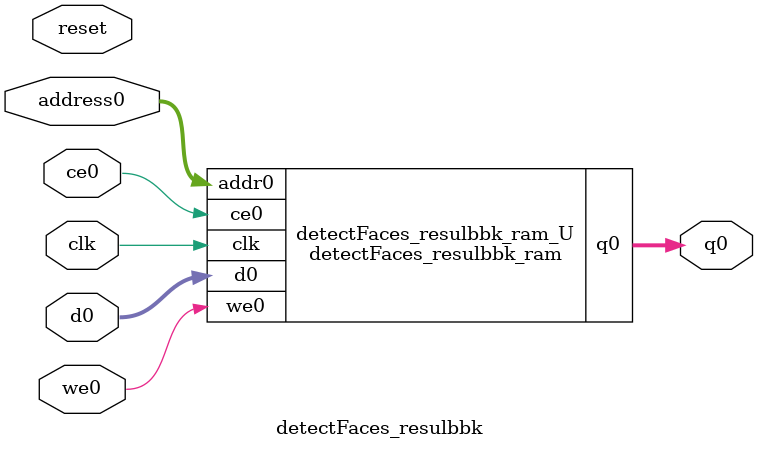
<source format=v>
`timescale 1 ns / 1 ps
module detectFaces_resulbbk_ram (addr0, ce0, d0, we0, q0,  clk);

parameter DWIDTH = 32;
parameter AWIDTH = 7;
parameter MEM_SIZE = 100;

input[AWIDTH-1:0] addr0;
input ce0;
input[DWIDTH-1:0] d0;
input we0;
output reg[DWIDTH-1:0] q0;
input clk;

(* ram_style = "block" *)reg [DWIDTH-1:0] ram[0:MEM_SIZE-1];




always @(posedge clk)  
begin 
    if (ce0) 
    begin
        if (we0) 
        begin 
            ram[addr0] <= d0; 
        end 
        q0 <= ram[addr0];
    end
end


endmodule

`timescale 1 ns / 1 ps
module detectFaces_resulbbk(
    reset,
    clk,
    address0,
    ce0,
    we0,
    d0,
    q0);

parameter DataWidth = 32'd32;
parameter AddressRange = 32'd100;
parameter AddressWidth = 32'd7;
input reset;
input clk;
input[AddressWidth - 1:0] address0;
input ce0;
input we0;
input[DataWidth - 1:0] d0;
output[DataWidth - 1:0] q0;



detectFaces_resulbbk_ram detectFaces_resulbbk_ram_U(
    .clk( clk ),
    .addr0( address0 ),
    .ce0( ce0 ),
    .we0( we0 ),
    .d0( d0 ),
    .q0( q0 ));

endmodule


</source>
